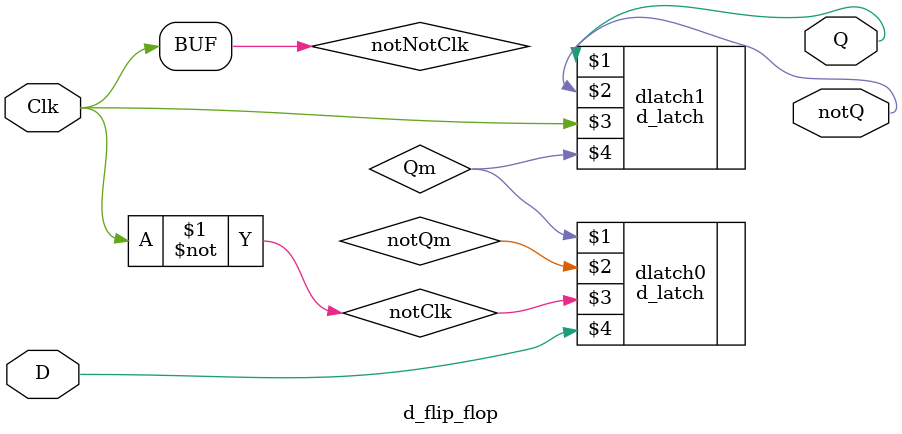
<source format=v>
`timescale 1ns / 1ps
`default_nettype none

module d_flip_flop(Q, notQ, Clk, D);
    //Input and outputs
    output wire Q, notQ; //1-bit output for slave latch
    input wire Clk, D; //1-bit input
    
    //Intermediate wires after initial gate
    wire notClk, notNotClk;
    wire Qm; //Output of master latch
    wire notQm; //unconnected
    
    assign notClk = ~Clk; //not clock = notClock
    assign notNotClk = ~(~Clk); // = not(notClock)
    
    //d_latch(output, output, input, input)
    d_latch dlatch0(Qm, notQm, notClk, D); //First D-Latch with inputs not clock and D
    d_latch dlatch1(Q, notQ, notNotClk, Qm); //2nd D-latch

endmodule

</source>
